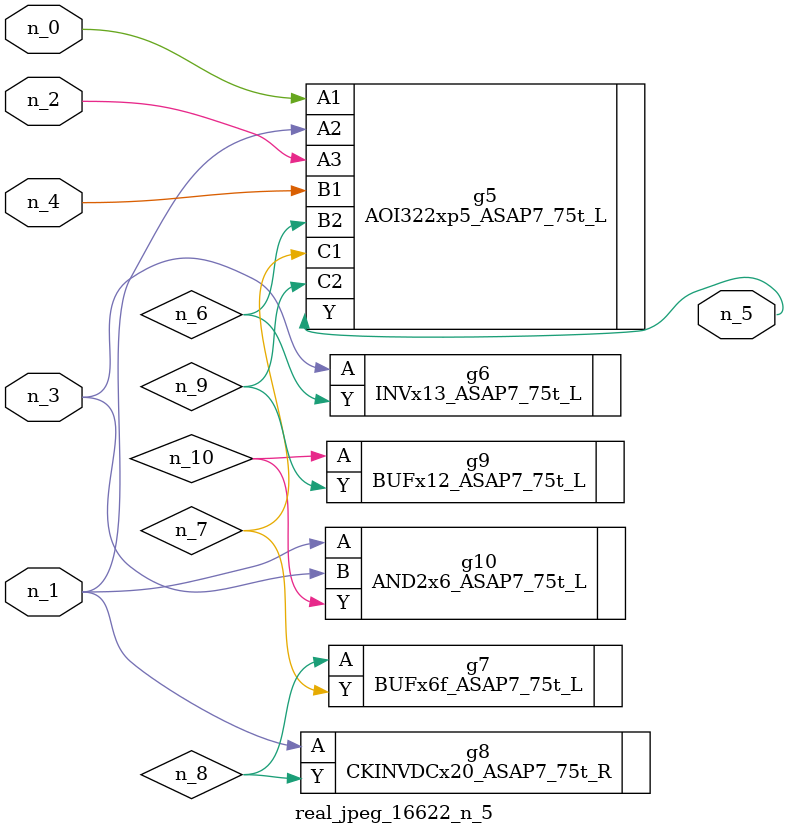
<source format=v>
module real_jpeg_16622_n_5 (n_4, n_0, n_1, n_2, n_3, n_5);

input n_4;
input n_0;
input n_1;
input n_2;
input n_3;

output n_5;

wire n_8;
wire n_6;
wire n_7;
wire n_10;
wire n_9;

AOI322xp5_ASAP7_75t_L g5 ( 
.A1(n_0),
.A2(n_1),
.A3(n_2),
.B1(n_4),
.B2(n_6),
.C1(n_7),
.C2(n_9),
.Y(n_5)
);

CKINVDCx20_ASAP7_75t_R g8 ( 
.A(n_1),
.Y(n_8)
);

AND2x6_ASAP7_75t_L g10 ( 
.A(n_1),
.B(n_3),
.Y(n_10)
);

INVx13_ASAP7_75t_L g6 ( 
.A(n_3),
.Y(n_6)
);

BUFx6f_ASAP7_75t_L g7 ( 
.A(n_8),
.Y(n_7)
);

BUFx12_ASAP7_75t_L g9 ( 
.A(n_10),
.Y(n_9)
);


endmodule
</source>
